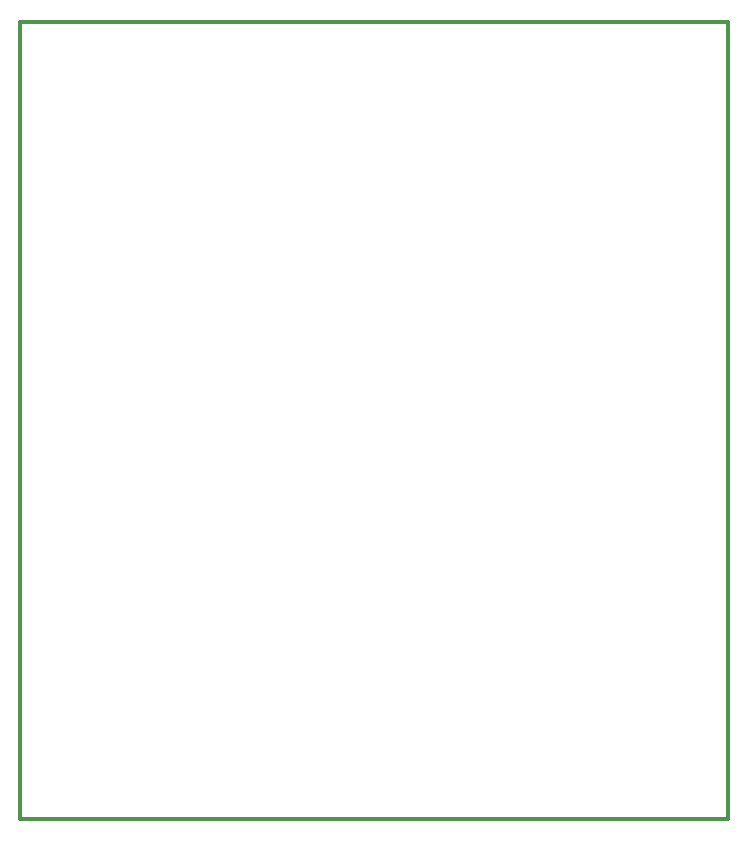
<source format=gko>
%TF.GenerationSoftware,KiCad,Pcbnew,(5.1.4)-1*%
%TF.CreationDate,2019-12-13T01:47:11+08:00*%
%TF.ProjectId,Directional_coupler,44697265-6374-4696-9f6e-616c5f636f75,rev?*%
%TF.SameCoordinates,Original*%
%TF.FileFunction,Profile,NP*%
%FSLAX46Y46*%
G04 Gerber Fmt 4.6, Leading zero omitted, Abs format (unit mm)*
G04 Created by KiCad (PCBNEW (5.1.4)-1) date 2019-12-13 01:47:11*
%MOMM*%
%LPD*%
G04 APERTURE LIST*
%ADD10C,0.300000*%
G04 APERTURE END LIST*
D10*
X110000000Y-50000000D02*
X50000000Y-50000000D01*
X110000000Y-117500000D02*
X110000000Y-50000000D01*
X50000000Y-117500000D02*
X110000000Y-117500000D01*
X50000000Y-50000000D02*
X50000000Y-117500000D01*
M02*

</source>
